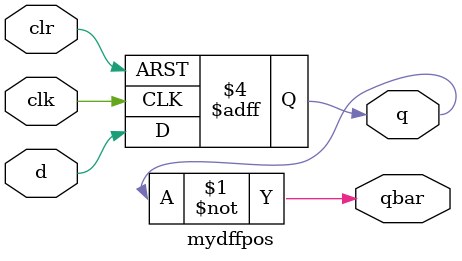
<source format=v>
module mydffpos(input d, clk, clr, output qbar, output reg q);
	assign qbar = ~q;
	always@(posedge clk, negedge clr)//async clear
	begin
		if(!clr) q<=0;
		else q<= d;
	end
endmodule

</source>
